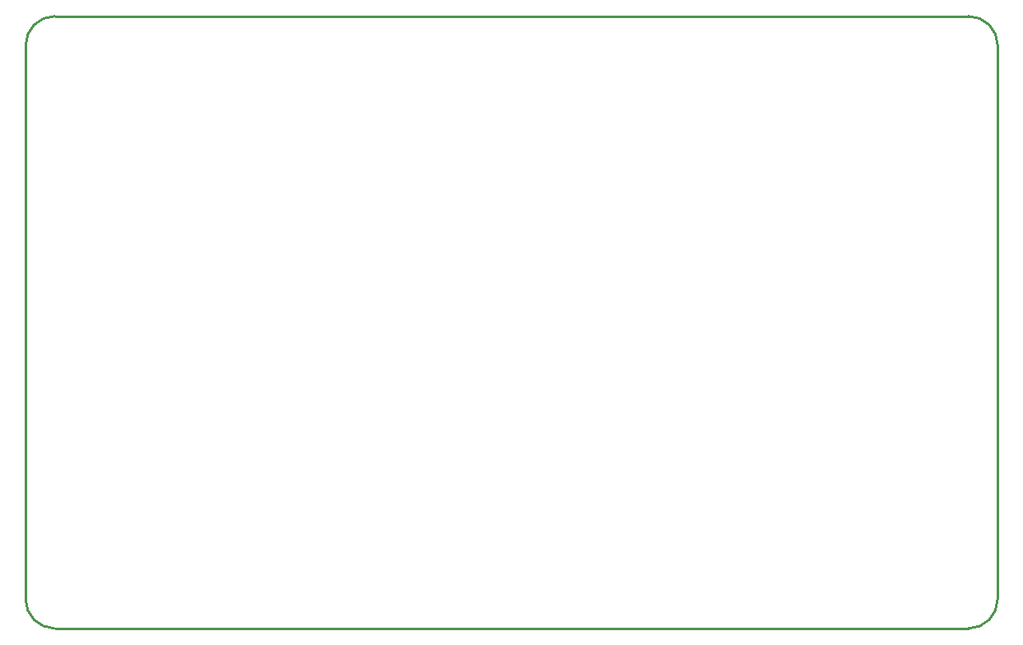
<source format=gm1>
G04*
G04 #@! TF.GenerationSoftware,Altium Limited,Altium Designer,18.1.4 (159)*
G04*
G04 Layer_Color=16711935*
%FSLAX24Y24*%
%MOIN*%
G70*
G01*
G75*
%ADD11C,0.0100*%
D11*
X38189Y0D02*
G03*
X39370Y1181I0J1181D01*
G01*
Y23622D02*
G03*
X38189Y24803I-1181J0D01*
G01*
X1181D02*
G03*
X0Y23622I0J-1181D01*
G01*
Y1181D02*
G03*
X1181Y0I1181J0D01*
G01*
X39370Y1181D02*
X39370Y23622D01*
X1181Y-0D02*
X38189D01*
X1181Y24803D02*
X38300D01*
X-0Y1181D02*
X0Y23622D01*
M02*

</source>
